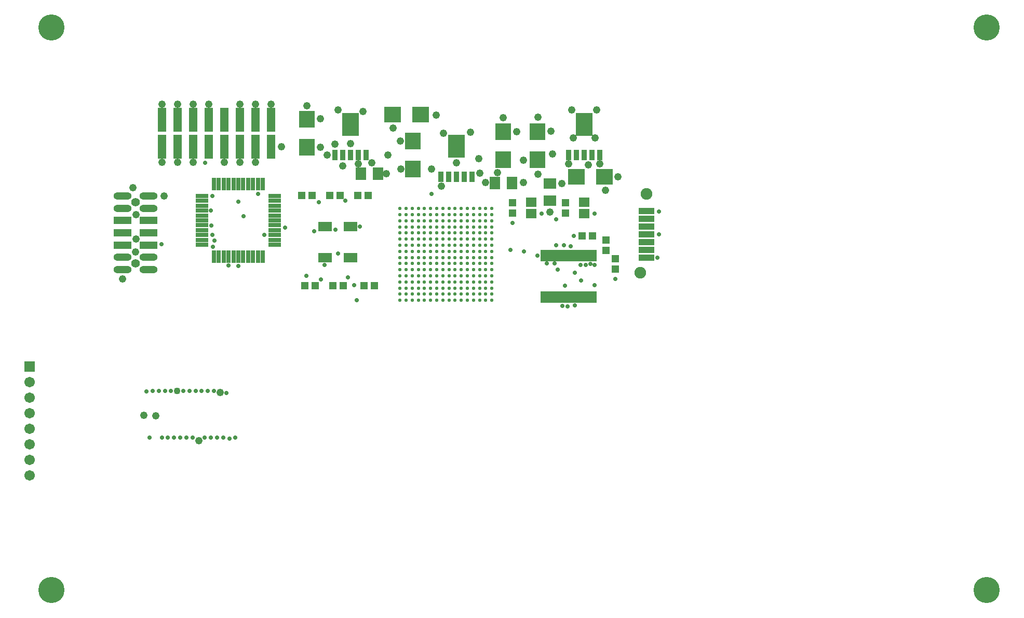
<source format=gts>
%FSLAX24Y24*%
%MOIN*%
G70*
G01*
G75*
G04 Layer_Color=8388736*
G04 Layer_Color=8388736*
%ADD10O,0.1083X0.0394*%
%ADD11R,0.1083X0.0394*%
%ADD12R,0.0394X0.0433*%
%ADD13C,0.0177*%
%ADD14R,0.0748X0.0197*%
%ADD15R,0.0197X0.0748*%
%ADD16R,0.0177X0.0669*%
%ADD17R,0.0177X0.0669*%
%ADD18R,0.0500X0.1449*%
%ADD19R,0.0787X0.0551*%
%ADD20R,0.0945X0.0354*%
%ADD21R,0.0433X0.0394*%
%ADD22R,0.1024X0.0945*%
%ADD23R,0.0630X0.0709*%
%ADD24R,0.0945X0.1024*%
%ADD25R,0.1000X0.1400*%
%ADD26R,0.0300X0.0600*%
%ADD27R,0.0709X0.0630*%
%ADD28R,0.0630X0.0512*%
%ADD29C,0.0060*%
%ADD30C,0.0080*%
%ADD31C,0.0120*%
%ADD32C,0.0200*%
%ADD33C,0.0110*%
%ADD34C,0.0160*%
%ADD35C,0.0300*%
%ADD36C,0.0100*%
%ADD37C,0.0472*%
%ADD38R,0.0591X0.0591*%
%ADD39C,0.0591*%
%ADD40C,0.1600*%
%ADD41C,0.0669*%
%ADD42C,0.0200*%
%ADD43C,0.0400*%
%ADD44C,0.0350*%
%ADD45R,0.0276X0.0354*%
%ADD46R,0.0354X0.0276*%
%ADD47R,0.0276X0.0787*%
%ADD48R,0.0512X0.1339*%
%ADD49C,0.0098*%
%ADD50C,0.0079*%
%ADD51C,0.0070*%
%ADD52C,0.0040*%
%ADD53C,0.0600*%
%ADD54C,0.0150*%
%ADD55R,0.0098X0.1575*%
%ADD56O,0.1163X0.0474*%
%ADD57R,0.1163X0.0474*%
%ADD58R,0.0474X0.0513*%
%ADD59C,0.0217*%
%ADD60R,0.0828X0.0277*%
%ADD61R,0.0277X0.0828*%
%ADD62R,0.0257X0.0749*%
%ADD63R,0.0257X0.0749*%
%ADD64R,0.0580X0.1529*%
%ADD65R,0.0867X0.0631*%
%ADD66R,0.1025X0.0434*%
%ADD67R,0.0513X0.0474*%
%ADD68R,0.1104X0.1025*%
%ADD69R,0.0710X0.0789*%
%ADD70R,0.1025X0.1104*%
%ADD71R,0.1080X0.1480*%
%ADD72R,0.0380X0.0680*%
%ADD73R,0.0789X0.0710*%
%ADD74R,0.0710X0.0592*%
%ADD75C,0.0552*%
%ADD76R,0.0671X0.0671*%
%ADD77C,0.0671*%
%ADD78C,0.1680*%
%ADD79C,0.0749*%
%ADD80C,0.0280*%
%ADD81C,0.0480*%
%ADD82C,0.0430*%
D56*
X21563Y53162D02*
D03*
X23237D02*
D03*
X21563Y52375D02*
D03*
Y49225D02*
D03*
Y48438D02*
D03*
X23237Y52375D02*
D03*
Y49225D02*
D03*
Y48438D02*
D03*
D57*
X21563Y51587D02*
D03*
Y50800D02*
D03*
Y50013D02*
D03*
X23237Y51587D02*
D03*
Y50800D02*
D03*
Y50013D02*
D03*
D58*
X46600Y52735D02*
D03*
Y52065D02*
D03*
X50000Y52735D02*
D03*
Y52065D02*
D03*
X53200Y48465D02*
D03*
Y49135D02*
D03*
X52600Y50335D02*
D03*
Y49665D02*
D03*
D59*
X39370Y51969D02*
D03*
X40157Y51181D02*
D03*
Y51575D02*
D03*
X39370Y46457D02*
D03*
X41339D02*
D03*
X43307D02*
D03*
X45276D02*
D03*
X39370Y46850D02*
D03*
X39764D02*
D03*
X42126D02*
D03*
X44882D02*
D03*
X45276D02*
D03*
X39370Y47244D02*
D03*
X39764D02*
D03*
X40157D02*
D03*
X40551D02*
D03*
X40945D02*
D03*
X41339D02*
D03*
X41732D02*
D03*
X42126D02*
D03*
X42520D02*
D03*
X42913D02*
D03*
X43307D02*
D03*
X43701D02*
D03*
X44094D02*
D03*
X44488D02*
D03*
X44882D02*
D03*
X45276D02*
D03*
X39370Y47638D02*
D03*
X39764D02*
D03*
X40157D02*
D03*
X40551D02*
D03*
X40945D02*
D03*
X41339D02*
D03*
X41732D02*
D03*
X42126D02*
D03*
X42520D02*
D03*
X42913D02*
D03*
X43307D02*
D03*
X43701D02*
D03*
X44094D02*
D03*
X44488D02*
D03*
X44882D02*
D03*
X45276D02*
D03*
X39370Y48032D02*
D03*
X39764D02*
D03*
X40157D02*
D03*
X40551D02*
D03*
X40945D02*
D03*
X41339D02*
D03*
X41732D02*
D03*
X42126D02*
D03*
X42520D02*
D03*
X42913D02*
D03*
X43307D02*
D03*
X43701D02*
D03*
X44094D02*
D03*
X44488D02*
D03*
X44882D02*
D03*
X45276D02*
D03*
X39370Y48425D02*
D03*
X39764D02*
D03*
X40157D02*
D03*
X40551D02*
D03*
X40945D02*
D03*
X41339D02*
D03*
X41732D02*
D03*
X42126D02*
D03*
X42520D02*
D03*
X42913D02*
D03*
X43307D02*
D03*
X43701D02*
D03*
X44094D02*
D03*
X44488D02*
D03*
X44882D02*
D03*
X45276D02*
D03*
X39370Y48819D02*
D03*
X39764D02*
D03*
X40157D02*
D03*
X40551D02*
D03*
X40945D02*
D03*
X41339D02*
D03*
X41732D02*
D03*
X42126D02*
D03*
X42520D02*
D03*
X42913D02*
D03*
X43307D02*
D03*
X43701D02*
D03*
X44094D02*
D03*
X44488D02*
D03*
X44882D02*
D03*
X45276D02*
D03*
X39370Y49213D02*
D03*
X39764D02*
D03*
X40157D02*
D03*
X40551D02*
D03*
X40945D02*
D03*
X41339D02*
D03*
X41732D02*
D03*
X42126D02*
D03*
X42520D02*
D03*
X42913D02*
D03*
X43307D02*
D03*
X43701D02*
D03*
X44094D02*
D03*
X44488D02*
D03*
X44882D02*
D03*
X45276D02*
D03*
X39370Y49606D02*
D03*
X39764D02*
D03*
X40157D02*
D03*
X40551D02*
D03*
X40945D02*
D03*
X41339D02*
D03*
X41732D02*
D03*
X42126D02*
D03*
X42520D02*
D03*
X42913D02*
D03*
X43307D02*
D03*
X43701D02*
D03*
X44094D02*
D03*
X44488D02*
D03*
X44882D02*
D03*
X45276D02*
D03*
X39370Y50000D02*
D03*
X39764D02*
D03*
X40157D02*
D03*
X40551D02*
D03*
X40945D02*
D03*
X41339D02*
D03*
X41732D02*
D03*
X42126D02*
D03*
X42520D02*
D03*
X42913D02*
D03*
X43307D02*
D03*
X43701D02*
D03*
X44094D02*
D03*
X44488D02*
D03*
X44882D02*
D03*
X45276D02*
D03*
X39370Y50394D02*
D03*
X39764D02*
D03*
X40157D02*
D03*
X40551D02*
D03*
X40945D02*
D03*
X41339D02*
D03*
X41732D02*
D03*
X42126D02*
D03*
X42520D02*
D03*
X42913D02*
D03*
X43307D02*
D03*
X43701D02*
D03*
X44094D02*
D03*
X44488D02*
D03*
X44882D02*
D03*
X45276D02*
D03*
X39370Y50787D02*
D03*
X39764D02*
D03*
X40157D02*
D03*
X40551D02*
D03*
X40945D02*
D03*
X41339D02*
D03*
X41732D02*
D03*
X42126D02*
D03*
X42520D02*
D03*
X42913D02*
D03*
X43307D02*
D03*
X43701D02*
D03*
X44094D02*
D03*
X44488D02*
D03*
X44882D02*
D03*
X45276D02*
D03*
X39370Y51181D02*
D03*
X39764D02*
D03*
X40551D02*
D03*
X40945D02*
D03*
X41339D02*
D03*
X41732D02*
D03*
X42126D02*
D03*
X42520D02*
D03*
X42913D02*
D03*
X43307D02*
D03*
X43701D02*
D03*
X44094D02*
D03*
X44488D02*
D03*
X44882D02*
D03*
X45276D02*
D03*
X39370Y51575D02*
D03*
X39764D02*
D03*
X40551D02*
D03*
X40945D02*
D03*
X41339D02*
D03*
X41732D02*
D03*
X42126D02*
D03*
X42520D02*
D03*
X42913D02*
D03*
X43307D02*
D03*
X43701D02*
D03*
X44094D02*
D03*
X44488D02*
D03*
X44882D02*
D03*
X45276D02*
D03*
X39764Y51969D02*
D03*
X40157D02*
D03*
X40551D02*
D03*
X40945D02*
D03*
X41339D02*
D03*
X41732D02*
D03*
X42126D02*
D03*
X42520D02*
D03*
X42913D02*
D03*
X43307D02*
D03*
X43701D02*
D03*
X44094D02*
D03*
X44488D02*
D03*
X44882D02*
D03*
X45276D02*
D03*
X39370Y52362D02*
D03*
X39764D02*
D03*
X40157D02*
D03*
X40551D02*
D03*
X40945D02*
D03*
X41339D02*
D03*
X41732D02*
D03*
X42126D02*
D03*
X42520D02*
D03*
X42913D02*
D03*
X43307D02*
D03*
X43701D02*
D03*
X44094D02*
D03*
X44488D02*
D03*
X44882D02*
D03*
X45276D02*
D03*
X40945Y46850D02*
D03*
X42126Y46457D02*
D03*
X41732Y46850D02*
D03*
Y46457D02*
D03*
X41339Y46850D02*
D03*
X40551D02*
D03*
Y46457D02*
D03*
X40157Y46850D02*
D03*
Y46457D02*
D03*
X39764D02*
D03*
X40945D02*
D03*
X44882D02*
D03*
X44488Y46850D02*
D03*
Y46457D02*
D03*
X44094Y46850D02*
D03*
Y46457D02*
D03*
X43701Y46850D02*
D03*
Y46457D02*
D03*
X43307Y46850D02*
D03*
X42913D02*
D03*
Y46457D02*
D03*
X42520Y46850D02*
D03*
Y46457D02*
D03*
D60*
X26657Y53175D02*
D03*
Y52860D02*
D03*
Y52545D02*
D03*
Y52230D02*
D03*
Y51915D02*
D03*
Y51600D02*
D03*
Y51285D02*
D03*
Y50970D02*
D03*
Y50655D02*
D03*
Y50340D02*
D03*
Y50025D02*
D03*
X31343Y53175D02*
D03*
Y52860D02*
D03*
Y52545D02*
D03*
Y52230D02*
D03*
Y51915D02*
D03*
Y51600D02*
D03*
Y51285D02*
D03*
Y50970D02*
D03*
Y50655D02*
D03*
Y50340D02*
D03*
Y50025D02*
D03*
D61*
X27425Y49257D02*
D03*
X27740D02*
D03*
X28055D02*
D03*
X28370D02*
D03*
X28685D02*
D03*
X29000D02*
D03*
X29315D02*
D03*
X29630D02*
D03*
X29945D02*
D03*
X30260D02*
D03*
X30575D02*
D03*
X27425Y53943D02*
D03*
X27740D02*
D03*
X28055D02*
D03*
X28370D02*
D03*
X28685D02*
D03*
X29000D02*
D03*
X29315D02*
D03*
X29630D02*
D03*
X29945D02*
D03*
X30260D02*
D03*
X30575D02*
D03*
D62*
X51863Y49339D02*
D03*
D63*
X51607D02*
D03*
X51352D02*
D03*
X51096D02*
D03*
X50840D02*
D03*
X50584D02*
D03*
X50328D02*
D03*
X50072D02*
D03*
X49816D02*
D03*
X49560D02*
D03*
X49304D02*
D03*
X49048D02*
D03*
X48793D02*
D03*
X48537D02*
D03*
X51863Y46661D02*
D03*
X51607D02*
D03*
X51352D02*
D03*
X51096D02*
D03*
X50840D02*
D03*
X50584D02*
D03*
X50328D02*
D03*
X50072D02*
D03*
X49816D02*
D03*
X49560D02*
D03*
X49304D02*
D03*
X49048D02*
D03*
X48793D02*
D03*
X48537D02*
D03*
D64*
X24100Y58074D02*
D03*
Y56326D02*
D03*
X25100Y58074D02*
D03*
Y56326D02*
D03*
X26100Y58074D02*
D03*
Y56326D02*
D03*
X27100Y58074D02*
D03*
Y56326D02*
D03*
X28100Y58074D02*
D03*
Y56326D02*
D03*
X29100Y58074D02*
D03*
Y56326D02*
D03*
X30100Y58074D02*
D03*
Y56326D02*
D03*
X31100Y58074D02*
D03*
Y56326D02*
D03*
D65*
X36203Y49184D02*
D03*
Y51184D02*
D03*
X34550D02*
D03*
Y49184D02*
D03*
D66*
X55200Y52200D02*
D03*
Y51700D02*
D03*
Y51200D02*
D03*
Y50700D02*
D03*
Y50200D02*
D03*
Y49700D02*
D03*
Y49200D02*
D03*
D67*
X51065Y50600D02*
D03*
X51735D02*
D03*
X37335Y53200D02*
D03*
X36665D02*
D03*
X33935Y47400D02*
D03*
X33265D02*
D03*
X37735D02*
D03*
X37065D02*
D03*
X35065D02*
D03*
X35735D02*
D03*
X33735Y53200D02*
D03*
X33065D02*
D03*
X34865D02*
D03*
X35535D02*
D03*
D68*
X40706Y58400D02*
D03*
X38894D02*
D03*
X52506Y54400D02*
D03*
X50694D02*
D03*
D69*
X37951Y54600D02*
D03*
X36849D02*
D03*
X46551Y54000D02*
D03*
X45449D02*
D03*
D70*
X33400Y58106D02*
D03*
Y56294D02*
D03*
X46000Y57306D02*
D03*
Y55494D02*
D03*
X40200Y56706D02*
D03*
Y54894D02*
D03*
X48200Y57306D02*
D03*
Y55494D02*
D03*
D71*
X43000Y56368D02*
D03*
X51200Y57769D02*
D03*
X36200D02*
D03*
D72*
X42500Y54400D02*
D03*
X44000D02*
D03*
X42000D02*
D03*
X43500D02*
D03*
X43000D02*
D03*
X50700Y55800D02*
D03*
X52200D02*
D03*
X50200D02*
D03*
X51700D02*
D03*
X51200D02*
D03*
X36200D02*
D03*
X36700D02*
D03*
X35200D02*
D03*
X37200D02*
D03*
X35700D02*
D03*
D73*
X49000Y52849D02*
D03*
Y53951D02*
D03*
D74*
X47800Y52774D02*
D03*
Y52026D02*
D03*
X51200Y52774D02*
D03*
Y52026D02*
D03*
D75*
X22400Y48832D02*
D03*
Y52769D02*
D03*
D76*
X15600Y42200D02*
D03*
D77*
Y41200D02*
D03*
Y40200D02*
D03*
Y39200D02*
D03*
Y38200D02*
D03*
Y37200D02*
D03*
Y36200D02*
D03*
Y35200D02*
D03*
D78*
X17000Y27819D02*
D03*
X77039D02*
D03*
Y64000D02*
D03*
X17000D02*
D03*
D79*
X55200Y53283D02*
D03*
X54806Y48232D02*
D03*
D80*
X24066Y50050D02*
D03*
X41400Y53285D02*
D03*
X26870Y55315D02*
D03*
X35236Y50984D02*
D03*
X35400Y49475D02*
D03*
X31988Y51143D02*
D03*
X49970Y47399D02*
D03*
X49803Y46100D02*
D03*
X50128Y46081D02*
D03*
X50584Y46143D02*
D03*
X49304Y48823D02*
D03*
X48793Y48819D02*
D03*
X50987Y47739D02*
D03*
X51863Y47448D02*
D03*
X50591Y48228D02*
D03*
X36808Y51184D02*
D03*
X34547Y48720D02*
D03*
X29000Y52791D02*
D03*
X29331Y51870D02*
D03*
X33858Y50886D02*
D03*
X27337Y53175D02*
D03*
X49508Y48425D02*
D03*
X49409Y50000D02*
D03*
X27328Y50655D02*
D03*
X33366Y48032D02*
D03*
X27461Y50295D02*
D03*
X27362Y49902D02*
D03*
X36417Y47441D02*
D03*
X55893Y49200D02*
D03*
X56004Y50689D02*
D03*
Y52165D02*
D03*
X29000Y48657D02*
D03*
X28370Y48697D02*
D03*
X27264Y51280D02*
D03*
X27230Y52230D02*
D03*
X30260Y53303D02*
D03*
X30675Y50655D02*
D03*
X36024Y47933D02*
D03*
X36614Y46457D02*
D03*
X34154Y52756D02*
D03*
X35880Y52854D02*
D03*
X47343Y49606D02*
D03*
X49409Y51673D02*
D03*
X46600Y51423D02*
D03*
X46457Y49705D02*
D03*
X51290Y48720D02*
D03*
X51870Y48720D02*
D03*
X51607Y48786D02*
D03*
X50975Y48720D02*
D03*
X48201Y49339D02*
D03*
X50328Y49918D02*
D03*
X49902Y50000D02*
D03*
X51862Y52026D02*
D03*
X48466D02*
D03*
X34301Y47785D02*
D03*
X50532Y50600D02*
D03*
X53200Y47833D02*
D03*
X23102Y40602D02*
D03*
X23496Y40622D02*
D03*
X23890D02*
D03*
X24283D02*
D03*
X24677D02*
D03*
X25465D02*
D03*
X26252D02*
D03*
X26646D02*
D03*
X27039D02*
D03*
X27433D02*
D03*
X25858Y40622D02*
D03*
X23299Y37630D02*
D03*
X24087D02*
D03*
X24480D02*
D03*
X24874D02*
D03*
X25268D02*
D03*
X25661D02*
D03*
X26055D02*
D03*
X26843D02*
D03*
X27236D02*
D03*
X27630D02*
D03*
X28024D02*
D03*
X28811D02*
D03*
X28417Y37571D02*
D03*
X28221Y40484D02*
D03*
D81*
X30100Y55333D02*
D03*
X31765Y56326D02*
D03*
X21555Y47835D02*
D03*
X22392Y49557D02*
D03*
X22441Y50394D02*
D03*
Y51968D02*
D03*
X22244Y53691D02*
D03*
X24232Y53162D02*
D03*
X24100Y55331D02*
D03*
X25100D02*
D03*
X26100D02*
D03*
X28100D02*
D03*
X29100D02*
D03*
X31100Y59069D02*
D03*
X30100D02*
D03*
X29100D02*
D03*
X27100D02*
D03*
X26100D02*
D03*
X25100D02*
D03*
X24100D02*
D03*
X53367Y54400D02*
D03*
X52215Y55217D02*
D03*
X51476Y55167D02*
D03*
X49768Y53951D02*
D03*
X50197Y55217D02*
D03*
X48228Y54577D02*
D03*
X47293Y55463D02*
D03*
X49065Y57333D02*
D03*
X48228Y58218D02*
D03*
X49163Y55856D02*
D03*
X49000Y52132D02*
D03*
X52559Y53543D02*
D03*
X47293Y54035D02*
D03*
X44882D02*
D03*
X45620Y54675D02*
D03*
X46878Y57306D02*
D03*
X46000Y58205D02*
D03*
X44488Y54626D02*
D03*
X44439Y55561D02*
D03*
X43012Y55315D02*
D03*
X42028Y53789D02*
D03*
X41400Y54909D02*
D03*
X39442Y54894D02*
D03*
X39383Y56706D02*
D03*
X36700Y55229D02*
D03*
X38507Y54600D02*
D03*
X37549Y55315D02*
D03*
X38590Y55800D02*
D03*
X36200Y56525D02*
D03*
X35700Y55097D02*
D03*
X35200Y56483D02*
D03*
X34688Y55800D02*
D03*
X34252Y56299D02*
D03*
Y58120D02*
D03*
X33415Y58957D02*
D03*
X38927Y57530D02*
D03*
X41683Y58366D02*
D03*
X43900Y57269D02*
D03*
X42168Y57200D02*
D03*
X37000Y58600D02*
D03*
X35400Y58700D02*
D03*
X52000D02*
D03*
X50400D02*
D03*
X51900Y56900D02*
D03*
X50500D02*
D03*
X22933Y39075D02*
D03*
X23693Y39047D02*
D03*
X26449Y37429D02*
D03*
X27827Y40524D02*
D03*
D82*
X25071Y40622D02*
D03*
M02*

</source>
